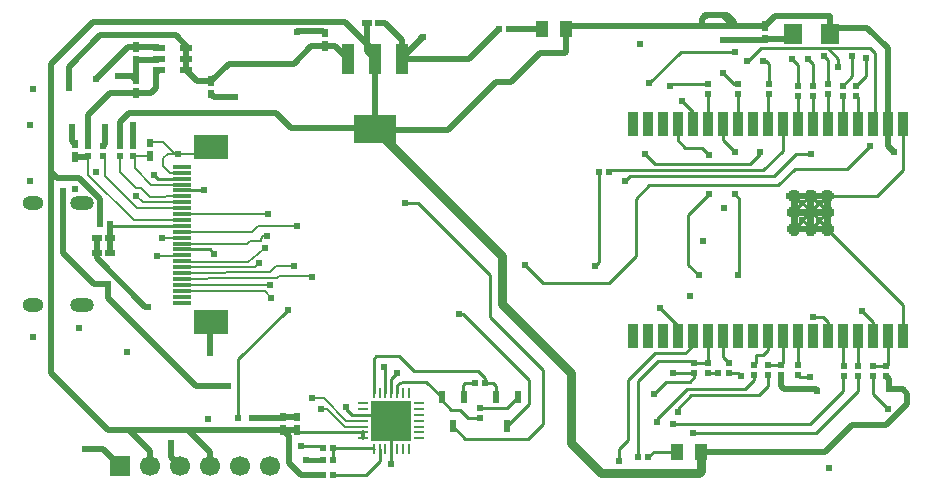
<source format=gtl>
G04 Layer: TopLayer*
G04 EasyEDA v6.5.22, 2023-04-19 21:06:07*
G04 0b1144c6aaf7448fb0b14bab58411d50,0a61cb7f7b51421fbede6d33e3e5ec82,10*
G04 Gerber Generator version 0.2*
G04 Scale: 100 percent, Rotated: No, Reflected: No *
G04 Dimensions in inches *
G04 leading zeros omitted , absolute positions ,3 integer and 6 decimal *
%FSLAX36Y36*%
%MOIN*%

%AMMACRO1*21,1,$1,$2,0,0,$3*%
%ADD10C,0.0100*%
%ADD11C,0.0200*%
%ADD12C,0.0060*%
%ADD13C,0.0120*%
%ADD14C,0.0150*%
%ADD15C,0.0300*%
%ADD16R,0.0394X0.0551*%
%ADD17MACRO1,0.0213X0.0223X90.0000*%
%ADD18MACRO1,0.0213X0.0311X0.0000*%
%ADD19R,0.0213X0.0311*%
%ADD20MACRO1,0.0213X0.0311X90.0000*%
%ADD21MACRO1,0.0213X0.0311X-90.0000*%
%ADD22MACRO1,0.068X0.0585X90.0000*%
%ADD23R,0.0591X0.0118*%
%ADD24R,0.1181X0.0787*%
%ADD25R,0.0236X0.0421*%
%ADD26MACRO1,0.0213X0.0223X-90.0000*%
%ADD27MACRO1,0.0213X0.0223X0.0000*%
%ADD28R,0.0213X0.0223*%
%ADD29R,0.0354X0.0787*%
%ADD30R,0.0354X0.0354*%
%ADD31R,0.0433X0.0984*%
%ADD32MACRO1,0.1417X0.0921X0.0000*%
%ADD33R,0.0356X0.0110*%
%ADD34R,0.0110X0.0356*%
%ADD35R,0.1319X0.1319*%
%ADD36R,0.0422X0.0209*%
%ADD37R,0.0669X0.0669*%
%ADD38C,0.0669*%
%ADD39O,0.070866X0.047244*%
%ADD40O,0.07873999999999999X0.047244*%
%ADD41C,0.0240*%
%ADD42C,0.0126*%

%LPD*%
G36*
X2855240Y1925000D02*
G01*
X2853720Y1925300D01*
X2852420Y1926180D01*
X2851560Y1927460D01*
X2851240Y1929000D01*
X2851240Y1937780D01*
X2843460Y1937780D01*
X2841960Y1938060D01*
X2840680Y1938899D01*
X2839800Y1940160D01*
X2839460Y1941639D01*
X2838980Y1956360D01*
X2839260Y1957920D01*
X2840120Y1959259D01*
X2841420Y1960180D01*
X2842980Y1960480D01*
X2851240Y1960480D01*
X2851240Y1992700D01*
X2841680Y1992700D01*
X2840179Y1992980D01*
X2838900Y1993820D01*
X2838039Y1995080D01*
X2837700Y1996560D01*
X2837220Y2011279D01*
X2837480Y2012860D01*
X2838340Y2014199D01*
X2839660Y2015100D01*
X2841220Y2015420D01*
X2851240Y2015420D01*
X2851240Y2047620D01*
X2839920Y2047620D01*
X2838420Y2047920D01*
X2837140Y2048740D01*
X2836259Y2050000D01*
X2835920Y2051480D01*
X2835440Y2066200D01*
X2835720Y2067780D01*
X2836560Y2069120D01*
X2837880Y2070020D01*
X2839440Y2070340D01*
X2851240Y2070340D01*
X2851240Y2076000D01*
X2851560Y2077540D01*
X2852420Y2078820D01*
X2853720Y2079700D01*
X2855240Y2080000D01*
X2869960Y2080000D01*
X2871500Y2079700D01*
X2872799Y2078820D01*
X2873660Y2077540D01*
X2873960Y2076000D01*
X2873960Y2070340D01*
X2906180Y2070340D01*
X2906180Y2076000D01*
X2906480Y2077540D01*
X2907340Y2078820D01*
X2908639Y2079700D01*
X2910179Y2080000D01*
X2924880Y2080000D01*
X2926420Y2079700D01*
X2927720Y2078820D01*
X2928580Y2077540D01*
X2928880Y2076000D01*
X2928880Y2070340D01*
X2961080Y2070340D01*
X2961080Y2076000D01*
X2961400Y2077540D01*
X2962260Y2078820D01*
X2963560Y2079700D01*
X2965080Y2080000D01*
X2979800Y2080000D01*
X2981340Y2079700D01*
X2982640Y2078820D01*
X2983500Y2077540D01*
X2983800Y2076000D01*
X2983800Y2070340D01*
X2991000Y2070340D01*
X2992540Y2070040D01*
X2993820Y2069160D01*
X2994700Y2067860D01*
X2995000Y2066339D01*
X2995000Y2051620D01*
X2994700Y2050080D01*
X2993820Y2048800D01*
X2992540Y2047920D01*
X2991000Y2047620D01*
X2983800Y2047620D01*
X2983800Y2015420D01*
X2991000Y2015420D01*
X2992540Y2015100D01*
X2993820Y2014240D01*
X2994700Y2012940D01*
X2995000Y2011420D01*
X2995000Y1996699D01*
X2994700Y1995160D01*
X2993820Y1993860D01*
X2992540Y1993000D01*
X2991000Y1992700D01*
X2983800Y1992700D01*
X2983800Y1960480D01*
X2991000Y1960480D01*
X2992540Y1960180D01*
X2993820Y1959319D01*
X2994700Y1958020D01*
X2995000Y1956480D01*
X2995000Y1941780D01*
X2994700Y1940240D01*
X2993820Y1938940D01*
X2992540Y1938080D01*
X2991000Y1937780D01*
X2983800Y1937780D01*
X2983800Y1929000D01*
X2983500Y1927460D01*
X2982640Y1926180D01*
X2981340Y1925300D01*
X2979800Y1925000D01*
X2965080Y1925000D01*
X2963560Y1925300D01*
X2962260Y1926180D01*
X2961400Y1927460D01*
X2961080Y1929000D01*
X2961080Y1937780D01*
X2928880Y1937780D01*
X2928880Y1929000D01*
X2928580Y1927460D01*
X2927720Y1926180D01*
X2926420Y1925300D01*
X2924880Y1925000D01*
X2910179Y1925000D01*
X2908639Y1925300D01*
X2907340Y1926180D01*
X2906480Y1927460D01*
X2906180Y1929000D01*
X2906180Y1937780D01*
X2873960Y1937780D01*
X2873960Y1929000D01*
X2873660Y1927460D01*
X2872799Y1926180D01*
X2871500Y1925300D01*
X2869960Y1925000D01*
G37*

%LPC*%
G36*
X2928880Y1960480D02*
G01*
X2961080Y1960480D01*
X2961080Y1992700D01*
X2928880Y1992700D01*
G37*
G36*
X2873960Y1960480D02*
G01*
X2906180Y1960480D01*
X2906180Y1992700D01*
X2873960Y1992700D01*
G37*
G36*
X2928880Y2015420D02*
G01*
X2961080Y2015420D01*
X2961080Y2047620D01*
X2928880Y2047620D01*
G37*
G36*
X2873960Y2015420D02*
G01*
X2906180Y2015420D01*
X2906180Y2047620D01*
X2873960Y2047620D01*
G37*

%LPD*%
D10*
X2980000Y2545000D02*
G01*
X2980000Y2550999D01*
X3115000Y2550999D01*
X3131999Y2534000D01*
X3131999Y2299299D01*
X3125000Y2299299D01*
D11*
X2982700Y2600000D02*
G01*
X3002700Y2620000D01*
X3106000Y2620000D01*
X3175000Y2550999D01*
X3175000Y2299299D01*
D10*
X3056999Y2525000D02*
G01*
X3056999Y2459000D01*
X3025000Y2426999D01*
X3010000Y2490000D02*
G01*
X3010000Y2515000D01*
X2973999Y2550999D01*
X2751000Y2550999D01*
X2710000Y2510000D01*
X2705000Y2510000D01*
D11*
X1912002Y2615000D02*
G01*
X1914002Y2616999D01*
X2020649Y2616999D01*
D12*
X560000Y2193000D02*
G01*
X565000Y2188000D01*
X565000Y2126999D01*
X673600Y2018400D01*
X820799Y2018400D01*
X510000Y2193000D02*
G01*
X510000Y2130000D01*
X660999Y1979000D01*
X820799Y1979000D01*
D10*
X820780Y2077460D02*
G01*
X895000Y2077460D01*
D12*
X715000Y2193499D02*
G01*
X665000Y2193499D01*
X665000Y2151999D01*
X719899Y2097100D01*
X820799Y2097100D01*
X906000Y1781999D02*
G01*
X910000Y1785999D01*
X1138000Y1785999D01*
X1145000Y1793000D01*
X1251999Y1793000D01*
X1255000Y1790000D01*
X820799Y1782100D02*
G01*
X893100Y1782100D01*
X906000Y1781999D01*
D10*
X3075000Y1458000D02*
G01*
X3075000Y1410000D01*
X2935000Y1270000D01*
X2525000Y1270000D01*
X2575000Y2397959D02*
G01*
X2575000Y2299324D01*
X2625000Y2470000D02*
G01*
X2662960Y2432040D01*
X2675000Y2432040D01*
X2855000Y2515000D02*
G01*
X2875000Y2495000D01*
X2875000Y2427040D01*
X2247039Y2140000D02*
G01*
X2252039Y2145000D01*
X2760000Y2145000D01*
X2825000Y2210000D01*
X2825000Y2299326D01*
X2760000Y2510000D02*
G01*
X2770000Y2510000D01*
X2780000Y2500000D01*
X2780000Y2431999D01*
X2200000Y1825000D02*
G01*
X2212960Y1837959D01*
X2212960Y2140000D01*
D12*
X820784Y1998724D02*
G01*
X1110000Y1998724D01*
X820784Y1801894D02*
G01*
X1115000Y1805000D01*
X820784Y1762424D02*
G01*
X1115000Y1762424D01*
D10*
X2910000Y2515000D02*
G01*
X2925000Y2500000D01*
X2925000Y2427040D01*
D12*
X1115000Y1805000D02*
G01*
X1135000Y1825000D01*
X1195000Y1825000D01*
D10*
X2300000Y2110000D02*
G01*
X2315000Y2125000D01*
X2795000Y2125000D01*
X2870000Y2200000D01*
X2920000Y2200000D01*
X2975000Y2397959D02*
G01*
X2975000Y2299324D01*
X2925000Y2392959D02*
G01*
X2925000Y2299324D01*
X2875000Y2392959D02*
G01*
X2875000Y2299324D01*
X2780000Y2397959D02*
G01*
X2775000Y2392959D01*
X2775000Y2299324D01*
X2675000Y2397959D02*
G01*
X2675000Y2299324D01*
D12*
X820784Y1821574D02*
G01*
X935000Y1821574D01*
X935000Y1821574D02*
G01*
X1066575Y1821574D01*
X1080000Y1835000D01*
X820785Y1841244D02*
G01*
X822030Y1840000D01*
X1042943Y1840000D01*
X1075000Y1865000D01*
X1100000Y1885000D01*
X1100000Y1885000D01*
D10*
X2961000Y2525000D02*
G01*
X2975000Y2510999D01*
X2975000Y2432040D01*
D12*
X820784Y1939665D02*
G01*
X1054665Y1939665D01*
X1075000Y1960000D01*
X1205000Y1960000D01*
D10*
X2450000Y2425000D02*
G01*
X2455000Y2430000D01*
X2450000Y2425000D01*
X2456999Y2431999D01*
X2575000Y2431999D01*
X2380000Y2435000D02*
G01*
X2485000Y2540000D01*
X2665000Y2540000D01*
X3101000Y2520000D02*
G01*
X3101000Y2458040D01*
X3070000Y2427040D01*
D12*
X919205Y2221374D02*
G01*
X897830Y2200000D01*
X810000Y2200000D01*
X715000Y2236460D02*
G01*
X718539Y2240000D01*
X760000Y2240000D01*
X800000Y2200000D01*
X810000Y2200000D01*
X660000Y2193000D02*
G01*
X715000Y2193499D01*
X820785Y1860945D02*
G01*
X819840Y1860000D01*
X740000Y1860000D01*
X1050000Y1910000D02*
G01*
X1040294Y1900295D01*
X820784Y1900295D01*
X1105000Y1925000D02*
G01*
X1090000Y1925000D01*
X1085000Y1910000D01*
X1065000Y1910000D01*
X1050000Y1910000D01*
X820785Y1919985D02*
G01*
X820771Y1920000D01*
X755000Y1920000D01*
D10*
X2685000Y1460000D02*
G01*
X2677040Y1467959D01*
X2645000Y1467959D01*
X820785Y2116835D02*
G01*
X743164Y2116835D01*
X730000Y2130000D01*
D12*
X820785Y2038096D02*
G01*
X691903Y2038096D01*
X670000Y2060000D01*
D10*
X3175000Y1350000D02*
G01*
X3125000Y1400000D01*
X3125000Y1457959D01*
X3170000Y1492040D02*
G01*
X3125000Y1492040D01*
X3170000Y1492040D02*
G01*
X3175000Y1497040D01*
X3175000Y1590675D01*
X2405000Y1305000D02*
G01*
X2405000Y1315000D01*
X2505000Y1415000D01*
X2700000Y1415000D01*
X2730000Y1445000D01*
X2730000Y1462959D01*
D12*
X615000Y2193000D02*
G01*
X615000Y2145000D01*
X615000Y2140000D01*
X465000Y2188539D02*
G01*
X469420Y2192959D01*
X510000Y2192959D01*
X581460Y1870000D02*
G01*
X581460Y1920000D01*
X581460Y1920000D01*
D10*
X582040Y1965000D02*
G01*
X587685Y1959355D01*
X820785Y1959355D01*
D12*
X1255000Y1385000D02*
G01*
X1295000Y1385000D01*
X1370000Y1310000D01*
X1426400Y1310000D01*
D10*
X2645000Y1502040D02*
G01*
X2625000Y1522040D01*
X2625000Y1590673D01*
X2820000Y1497040D02*
G01*
X2825000Y1502040D01*
X2825000Y1590675D01*
X2730000Y1497040D02*
G01*
X2735000Y1502040D01*
X2735000Y1530000D01*
X2760000Y1530000D01*
X2775000Y1545000D01*
X2775000Y1590675D01*
X2775000Y1497040D02*
G01*
X2820000Y1497040D01*
X2875000Y1497040D02*
G01*
X2875000Y1590675D01*
X3075000Y1492040D02*
G01*
X3075000Y1590675D01*
X3030000Y1492040D02*
G01*
X3025000Y1497040D01*
X3025000Y1590675D01*
X3030000Y1457959D02*
G01*
X3025000Y1452959D01*
X3025000Y1410000D01*
X2915000Y1300000D01*
X2460000Y1300000D01*
X1540000Y1470000D02*
G01*
X1520000Y1450000D01*
X1520000Y1403600D01*
X1495000Y1490000D02*
G01*
X1500320Y1484679D01*
X1500320Y1403600D01*
X1942399Y1388600D02*
G01*
X1942399Y1387399D01*
X1906999Y1351999D01*
X1816000Y1351999D01*
X1816000Y1317959D02*
G01*
X1813959Y1320000D01*
X1775000Y1320000D01*
X1750000Y1345000D01*
X1720000Y1345000D01*
X1687600Y1377399D01*
X1687600Y1388625D01*
X1867600Y1388625D02*
G01*
X1870000Y1391024D01*
X1870000Y1425000D01*
X1860000Y1435000D01*
X1832039Y1435000D01*
X1797960Y1435000D02*
G01*
X1765000Y1435000D01*
X1760000Y1430000D01*
X1760000Y1415000D01*
X1762399Y1388625D01*
X1762399Y1388625D01*
X1687600Y1388625D02*
G01*
X1636225Y1440000D01*
X1565000Y1440000D01*
X1560000Y1440000D01*
X1550000Y1435000D01*
X1539690Y1429690D01*
X1539690Y1403600D01*
X1831999Y1435000D02*
G01*
X1831999Y1453000D01*
X1810000Y1475000D01*
X1595000Y1475000D01*
X1545000Y1525000D01*
X1470000Y1525000D01*
X1461000Y1515999D01*
X1461000Y1403600D01*
X2460000Y1470000D02*
G01*
X2462040Y1467959D01*
X2530000Y1467959D01*
X2530000Y1502040D02*
G01*
X2575000Y1502040D01*
X2575000Y1502040D02*
G01*
X2575000Y1590675D01*
X1460951Y1216399D02*
G01*
X1457350Y1220000D01*
X1327039Y1220000D01*
X2365000Y2200000D02*
G01*
X2400000Y2165000D01*
X2715000Y2165000D01*
X2750000Y2200000D01*
X2750000Y2205000D01*
X2525000Y1590673D02*
G01*
X2525000Y1560000D01*
X2500000Y1535000D01*
X2400000Y1535000D01*
X2310000Y1445000D01*
X2310000Y1245000D01*
X2280000Y1215000D01*
X2280000Y1175000D01*
X1480630Y1216399D02*
G01*
X1480630Y1175630D01*
X1435000Y1130000D01*
X1327039Y1130000D01*
X2377040Y1190000D02*
G01*
X2394040Y1206999D01*
X2470649Y1206999D01*
X2915000Y1455000D02*
G01*
X2882959Y1455000D01*
X2875000Y1462959D01*
D11*
X2553350Y1206999D02*
G01*
X2966999Y1206999D01*
X3055000Y1295000D01*
X3170000Y1295000D01*
X3240000Y1365000D01*
X3240000Y1400000D01*
X3225000Y1415000D01*
X3180000Y1415000D01*
X3170000Y1457959D02*
G01*
X3180000Y1447959D01*
X3180000Y1415000D01*
X1877960Y2615000D02*
G01*
X1779881Y2516921D01*
X1555550Y2516921D01*
X1465000Y2516921D02*
G01*
X1438540Y2543382D01*
X1438540Y2635000D01*
X1374449Y2516921D02*
G01*
X1332831Y2558539D01*
X1300000Y2558539D01*
X744760Y2515000D02*
G01*
X743299Y2513539D01*
X670000Y2513539D01*
X744760Y2552399D02*
G01*
X740700Y2556460D01*
X670000Y2556460D01*
X670000Y2446460D02*
G01*
X670000Y2513539D01*
X744760Y2477600D02*
G01*
X735000Y2467840D01*
X735000Y2420000D01*
X718539Y2403539D01*
X670000Y2403539D01*
X835240Y2477600D02*
G01*
X871379Y2441460D01*
X920000Y2441460D01*
X835240Y2515000D02*
G01*
X835240Y2477600D01*
X835240Y2552399D02*
G01*
X835240Y2515000D01*
X920000Y2441460D02*
G01*
X978540Y2500000D01*
X1195000Y2500000D01*
X1253540Y2558539D01*
X1300000Y2558539D01*
X670000Y2556460D02*
G01*
X641460Y2556460D01*
X535000Y2450000D01*
X660000Y2295000D02*
G01*
X660000Y2227040D01*
X510000Y2192959D02*
G01*
X505579Y2188539D01*
X465000Y2188539D01*
X581460Y1870000D02*
G01*
X581460Y1920000D01*
X581999Y1965000D02*
G01*
X581500Y1920000D01*
X670000Y2403499D02*
G01*
X583499Y2403499D01*
X510000Y2330000D01*
X510000Y2226999D01*
X1300000Y2601460D02*
G01*
X1291459Y2610000D01*
X1205000Y2610000D01*
X1205000Y2605000D01*
X1160000Y1278539D02*
G01*
X1205000Y1278539D01*
D12*
X1285000Y1350000D02*
G01*
X1305000Y1350000D01*
X1364700Y1290300D01*
X1426400Y1290300D01*
D13*
X1426400Y1250940D02*
G01*
X1426400Y1270630D01*
D11*
X644277Y1278501D02*
G01*
X715000Y1207777D01*
X715000Y1160000D01*
X2103350Y2616999D02*
G01*
X2112848Y2626498D01*
X2765000Y2626498D01*
X1465000Y2516921D02*
G01*
X1465000Y2283072D01*
X1292960Y1130000D02*
G01*
X1220000Y1130000D01*
X1180000Y1170000D01*
X1180000Y1258539D01*
X1160000Y1278539D01*
D10*
X3090000Y1675000D02*
G01*
X3125000Y1640000D01*
X3125000Y1590675D01*
X2925000Y1655000D02*
G01*
X2960000Y1655000D01*
X2975000Y1640000D01*
X2975000Y1590675D01*
X1965000Y1830000D02*
G01*
X2025000Y1770000D01*
X2245299Y1770000D01*
X2335000Y1859699D01*
X2335000Y2050000D01*
X2380000Y2095000D01*
X2810000Y2095000D01*
X2865000Y2150000D01*
X3040000Y2150000D01*
X3115000Y2225000D01*
X2415000Y1685000D02*
G01*
X2475000Y1625000D01*
X2475000Y1590675D01*
X2580000Y2195000D02*
G01*
X2555000Y2220000D01*
X2500000Y2220000D01*
X2475000Y2245000D01*
X2475000Y2299324D01*
X2665000Y2205000D02*
G01*
X2625000Y2245000D01*
X2625000Y2299324D01*
X2545000Y1796300D02*
G01*
X2510000Y1830000D01*
X2510000Y1995000D01*
X2580000Y2065000D01*
X2675000Y1795000D02*
G01*
X2680000Y1800000D01*
X2680000Y2050000D01*
X2665000Y2065000D01*
D11*
X3195000Y2205000D02*
G01*
X3175000Y2225000D01*
X3175000Y2299324D01*
D10*
X3025000Y2392959D02*
G01*
X3025000Y2299324D01*
X3070000Y2392959D02*
G01*
X3075000Y2387959D01*
X3075000Y2299324D01*
D11*
X385000Y2140000D02*
G01*
X385000Y1470000D01*
X576500Y1278499D01*
X1160000Y1278499D01*
X841084Y1278499D02*
G01*
X915000Y1204583D01*
X915000Y1160000D01*
D10*
X1725000Y1291399D02*
G01*
X1766400Y1250000D01*
X1975000Y1250000D01*
X2025000Y1300000D01*
X2025000Y1480000D01*
X1850000Y1655000D01*
X1850000Y1795000D01*
X1610000Y2035000D01*
X1565000Y2035000D01*
D11*
X2640000Y2660000D02*
G01*
X2638999Y2660999D01*
X2623999Y2660999D01*
X2565000Y2660000D02*
G01*
X2553959Y2648960D01*
X2553959Y2626500D01*
X2565000Y2660000D02*
G01*
X2566000Y2660999D01*
X2623999Y2660999D01*
D10*
X2475000Y1340000D02*
G01*
X2475000Y1350000D01*
X2520000Y1395000D01*
X2745000Y1395000D01*
X2775000Y1425000D01*
X2775000Y1463000D01*
X2395000Y1400000D02*
G01*
X2435000Y1440000D01*
X2515000Y1440000D01*
X2530000Y1455000D01*
X2530000Y1467959D01*
X1905000Y1291399D02*
G01*
X1980000Y1366399D01*
X1980000Y1445000D01*
X1760000Y1665000D01*
X1745000Y1665000D01*
D12*
X820801Y1742800D02*
G01*
X1097200Y1742800D01*
X1120000Y1720000D01*
X1115000Y1725000D01*
D10*
X2575000Y1467959D02*
G01*
X2577040Y1470000D01*
X2610000Y1470000D01*
X1175000Y1680000D02*
G01*
X1010000Y1515000D01*
X1010000Y1320000D01*
D11*
X2765000Y2626500D02*
G01*
X2798500Y2660000D01*
X2980000Y2660000D01*
X2982700Y2657300D01*
X2982700Y2600000D01*
D10*
X1205000Y1278499D02*
G01*
X1212899Y1270599D01*
X1426400Y1270599D01*
X1327039Y1180000D02*
G01*
X1327040Y1180000D01*
X1327040Y1220000D01*
X1292960Y1220000D02*
G01*
X1287960Y1225000D01*
X1220000Y1225000D01*
D14*
X1235000Y1180000D02*
G01*
X1292960Y1180000D01*
D11*
X615000Y1160000D02*
G01*
X560000Y1215000D01*
X500000Y1215000D01*
D10*
X1520000Y1216399D02*
G01*
X1520000Y1170000D01*
X1426400Y1329699D02*
G01*
X1390000Y1330000D01*
X1370000Y1350000D01*
X1370000Y1355000D01*
X1520000Y1310000D02*
G01*
X1520000Y1216399D01*
X1520000Y1310000D02*
G01*
X1500320Y1329679D01*
X1426400Y1329679D01*
X2862610Y2058975D02*
G01*
X2886584Y2035000D01*
X2890000Y2035000D01*
X2917520Y2058975D02*
G01*
X2941495Y2035000D01*
X2945000Y2035000D01*
X2972439Y2004054D02*
G01*
X2948384Y1980000D01*
X2945000Y1980000D01*
X2972439Y2058975D02*
G01*
X2948464Y2035000D01*
X2945000Y2035000D01*
X2945000Y2035000D02*
G01*
X2972439Y2007559D01*
X2972439Y2004054D01*
X2945000Y2035000D02*
G01*
X2917529Y2007530D01*
X2917529Y2004045D01*
X2890000Y2035000D02*
G01*
X2913975Y2058975D01*
X2917520Y2058975D01*
X2890000Y2035000D02*
G01*
X2862610Y2007609D01*
X2862610Y2004045D01*
X2890000Y2035000D02*
G01*
X2917529Y2007469D01*
X2917529Y2004045D01*
X2862610Y1949135D02*
G01*
X2890000Y1976525D01*
X2890000Y1980000D01*
X2890000Y1980000D02*
G01*
X2914044Y2004045D01*
X2917529Y2004045D01*
X2890000Y1980000D02*
G01*
X2917520Y1952480D01*
X2917520Y1949135D01*
X2917520Y1949135D02*
G01*
X2945000Y1976615D01*
X2945000Y1980000D01*
X2945000Y1980000D02*
G01*
X2920955Y2004045D01*
X2917529Y2004045D01*
X2945000Y1980000D02*
G01*
X2972439Y1952559D01*
X2972439Y1949135D01*
X2972439Y1949135D02*
G01*
X3225000Y1696574D01*
X3225000Y1590675D01*
X3225000Y2299324D02*
G01*
X3225000Y2145000D01*
X3138975Y2058975D01*
X2972439Y2058975D01*
X2525000Y2299324D02*
G01*
X2525000Y2340000D01*
X2490000Y2375000D01*
D11*
X2857299Y2600000D02*
G01*
X2840839Y2583539D01*
X2765000Y2583539D01*
X2765000Y2583539D02*
G01*
X2761459Y2580000D01*
X2625000Y2580000D01*
X1205000Y1321460D02*
G01*
X1160000Y1321460D01*
X1160000Y1321460D02*
G01*
X1158540Y1320000D01*
X1055000Y1320000D01*
X815000Y1160000D02*
G01*
X785000Y1190000D01*
X785000Y1235000D01*
X920000Y2398539D02*
G01*
X928540Y2390000D01*
X1000000Y2390000D01*
D12*
X820784Y2136514D02*
G01*
X783485Y2136514D01*
X760000Y2160000D01*
X760000Y2185000D01*
X775000Y2200000D01*
X810000Y2200000D01*
D10*
X820784Y1880765D02*
G01*
X914234Y1880765D01*
X930000Y1865000D01*
D11*
X919215Y1638625D02*
G01*
X915000Y1634409D01*
X915000Y1535000D01*
X1465000Y2516900D02*
G01*
X1465000Y2540000D01*
X1365000Y2640000D01*
X525000Y2640000D01*
X385000Y2500000D01*
X385000Y2140000D01*
X405000Y2120000D01*
X480000Y2120000D01*
X550000Y2050000D01*
X550000Y1966999D01*
X548000Y1965000D01*
X1555600Y2516900D02*
G01*
X1555600Y2579400D01*
X1500000Y2635000D01*
X1481499Y2635000D01*
X1555551Y2516921D02*
G01*
X1555551Y2520551D01*
X1625000Y2590000D01*
X1620000Y2590000D01*
X538539Y1920000D02*
G01*
X538539Y1870000D01*
X538499Y1870000D02*
G01*
X538499Y1851500D01*
X700000Y1690000D01*
X710000Y1690000D01*
X575000Y1765000D02*
G01*
X575000Y1720000D01*
X870000Y1425000D01*
X975000Y1425000D01*
X560000Y2227040D02*
G01*
X565000Y2232040D01*
X565000Y2290000D01*
X465000Y2231460D02*
G01*
X455000Y2241460D01*
X455000Y2290000D01*
X670000Y2446460D02*
G01*
X656460Y2460000D01*
X610000Y2460000D01*
D10*
X2342960Y1190000D02*
G01*
X2342960Y1442959D01*
X2410000Y1510000D01*
X2530000Y1510000D01*
X2530000Y1501999D01*
D15*
X1465000Y2283071D02*
G01*
X1890000Y1858071D01*
X1890000Y1700000D01*
X2120000Y1470000D01*
X2120000Y1235000D01*
X2220000Y1135000D01*
X2545000Y1135000D01*
X2553350Y1143350D01*
X2553350Y1206999D01*
D11*
X1465000Y2283071D02*
G01*
X1468071Y2280000D01*
X1710000Y2280000D01*
X1870000Y2440000D01*
X1920000Y2440000D01*
X2015000Y2535000D01*
X2100000Y2535000D01*
X2103350Y2538350D01*
X2103350Y2616999D01*
X1465000Y2283099D02*
G01*
X1463100Y2285000D01*
X1185000Y2285000D01*
X1135000Y2335000D01*
X645000Y2335000D01*
X615000Y2305000D01*
X615000Y2226999D01*
D12*
X615000Y2140000D02*
G01*
X670000Y2085000D01*
X685000Y2085000D01*
X715000Y2055000D01*
X820784Y2057775D01*
X820784Y2057775D01*
D11*
X835200Y2552399D02*
G01*
X840000Y2557199D01*
X802200Y2595000D01*
X550000Y2595000D01*
X445000Y2490000D01*
X445000Y2420000D01*
X575000Y1765000D02*
G01*
X530000Y1765000D01*
X425000Y1870000D01*
X425000Y2075000D01*
X2940000Y1410000D02*
G01*
X2935000Y1415000D01*
X2830000Y1415000D01*
X2820000Y1425000D01*
X2820000Y1462959D01*
X2661300Y2626500D02*
G01*
X2661300Y2638699D01*
X2638999Y2660999D01*
X2623999Y2660999D01*
X2656000Y2629000D01*
X2656000Y2626500D01*
X2631099Y2626500D01*
D16*
G01*
X2020649Y2616999D03*
G01*
X2103350Y2616999D03*
G01*
X2470649Y1206999D03*
G01*
X2553350Y1206999D03*
D17*
G01*
X1912040Y2615000D03*
G01*
X1877959Y2615000D03*
G01*
X2377040Y1190000D03*
G01*
X2342959Y1190000D03*
D18*
G01*
X1205000Y1278541D03*
D19*
G01*
X1205000Y1321460D03*
D20*
G01*
X581458Y1920000D03*
G01*
X538541Y1920000D03*
D18*
G01*
X465000Y2188541D03*
D19*
G01*
X465000Y2231460D03*
D18*
G01*
X2765000Y2626459D03*
D19*
G01*
X2765000Y2583539D03*
D18*
G01*
X1300000Y2558541D03*
D19*
G01*
X1300000Y2601460D03*
D21*
G01*
X1438540Y2635000D03*
G01*
X1481459Y2635000D03*
D18*
G01*
X1160000Y1278541D03*
D19*
G01*
X1160000Y1321460D03*
D18*
G01*
X670000Y2403541D03*
D19*
G01*
X670000Y2446460D03*
D18*
G01*
X670000Y2556459D03*
D19*
G01*
X670000Y2513539D03*
D18*
G01*
X920000Y2441459D03*
D19*
G01*
X920000Y2398539D03*
D18*
G01*
X715000Y2193541D03*
D19*
G01*
X715000Y2236460D03*
D20*
G01*
X581458Y1870000D03*
G01*
X538541Y1870000D03*
D22*
G01*
X2982696Y2600000D03*
G01*
X2857303Y2600000D03*
D23*
G01*
X820780Y2156179D03*
G01*
X820780Y2136509D03*
G01*
X820780Y2116830D03*
G01*
X820780Y2097139D03*
G01*
X820780Y2077460D03*
G01*
X820780Y2057770D03*
G01*
X820780Y2038090D03*
G01*
X820780Y2018400D03*
G01*
X820780Y1998719D03*
G01*
X820780Y1979029D03*
G01*
X820780Y1959349D03*
G01*
X820780Y1939659D03*
G01*
X820780Y1919980D03*
G01*
X820780Y1900290D03*
G01*
X820780Y1880760D03*
G01*
X820780Y1860940D03*
G01*
X820789Y1841239D03*
G01*
X820780Y1821579D03*
G01*
X820780Y1801900D03*
G01*
X820780Y1782120D03*
G01*
X820780Y1762429D03*
G01*
X820780Y1742750D03*
G01*
X820780Y1723060D03*
G01*
X820780Y1703370D03*
D24*
G01*
X919210Y2221370D03*
G01*
X919210Y1638620D03*
D25*
G01*
X1762399Y1388620D03*
G01*
X1687600Y1388620D03*
G01*
X1725000Y1291379D03*
G01*
X1942399Y1388620D03*
G01*
X1867600Y1388620D03*
G01*
X1905000Y1291379D03*
D26*
G01*
X1292959Y1130000D03*
G01*
X1327040Y1130000D03*
D17*
G01*
X1327040Y1220000D03*
G01*
X1292959Y1220000D03*
G01*
X1327040Y1180000D03*
G01*
X1292959Y1180000D03*
D27*
G01*
X3075000Y1457959D03*
D28*
G01*
X3075000Y1492040D03*
D27*
G01*
X3030000Y1457959D03*
D28*
G01*
X3030000Y1492040D03*
D26*
G01*
X1797959Y1435000D03*
G01*
X1832040Y1435000D03*
D27*
G01*
X1815999Y1352040D03*
D28*
G01*
X1816000Y1317959D03*
D27*
G01*
X2775000Y1462959D03*
D28*
G01*
X2775000Y1497040D03*
D27*
G01*
X3125000Y1457959D03*
D28*
G01*
X3125000Y1492040D03*
D27*
G01*
X2730000Y1462959D03*
D28*
G01*
X2730000Y1497040D03*
D27*
G01*
X2675000Y2432040D03*
D28*
G01*
X2675000Y2397959D03*
D27*
G01*
X2645000Y1467959D03*
D28*
G01*
X2645000Y1502040D03*
D27*
G01*
X2780000Y2432040D03*
D28*
G01*
X2780000Y2397959D03*
D27*
G01*
X2925000Y2427040D03*
D28*
G01*
X2925000Y2392959D03*
D27*
G01*
X2975000Y2432040D03*
D28*
G01*
X2975000Y2397959D03*
D27*
G01*
X3025000Y2427040D03*
D28*
G01*
X3025000Y2392959D03*
D27*
G01*
X2875000Y1462959D03*
D28*
G01*
X2875000Y1497040D03*
D27*
G01*
X2575000Y2432040D03*
D28*
G01*
X2575000Y2397959D03*
D27*
G01*
X3070000Y2427040D03*
D28*
G01*
X3070000Y2392959D03*
D27*
G01*
X2875000Y2427040D03*
D28*
G01*
X2875000Y2392959D03*
D26*
G01*
X2212959Y2140000D03*
G01*
X2247040Y2140000D03*
D27*
G01*
X2820000Y1462959D03*
D28*
G01*
X2820000Y1497040D03*
D27*
G01*
X3170000Y1457959D03*
D28*
G01*
X3170000Y1492040D03*
D17*
G01*
X582040Y1965000D03*
G01*
X547959Y1965000D03*
D27*
G01*
X660000Y2192959D03*
D28*
G01*
X660000Y2227040D03*
D27*
G01*
X560000Y2192959D03*
D28*
G01*
X560000Y2227040D03*
D27*
G01*
X615000Y2192959D03*
D28*
G01*
X615000Y2227040D03*
D27*
G01*
X510000Y2192959D03*
D28*
G01*
X510000Y2227040D03*
D27*
G01*
X2575000Y1467959D03*
D28*
G01*
X2575000Y1502040D03*
D27*
G01*
X2530000Y1467959D03*
D28*
G01*
X2530000Y1502040D03*
D29*
G01*
X3225010Y2299330D03*
G01*
X3175010Y2299330D03*
G01*
X3125010Y2299330D03*
G01*
X3075010Y2299330D03*
G01*
X3025010Y2299330D03*
G01*
X2975010Y2299330D03*
G01*
X2925010Y2299330D03*
G01*
X2875010Y2299330D03*
G01*
X2825010Y2299330D03*
G01*
X2775010Y2299330D03*
G01*
X2725010Y2299330D03*
G01*
X2675010Y2299330D03*
G01*
X2625010Y2299330D03*
G01*
X2575010Y2299330D03*
G01*
X2525010Y2299330D03*
G01*
X2475010Y2299330D03*
G01*
X2425010Y2299330D03*
G01*
X2375010Y2299330D03*
G01*
X2325010Y2299330D03*
G01*
X2325010Y1590670D03*
G01*
X2375010Y1590670D03*
G01*
X2425010Y1590670D03*
G01*
X2475010Y1590670D03*
G01*
X2525010Y1590670D03*
G01*
X2575010Y1590670D03*
G01*
X2625010Y1590670D03*
G01*
X2675010Y1590670D03*
G01*
X2725010Y1590670D03*
G01*
X2775010Y1590670D03*
G01*
X2825010Y1590670D03*
G01*
X2875010Y1590670D03*
G01*
X2925010Y1590670D03*
G01*
X2975010Y1590670D03*
G01*
X3025010Y1590670D03*
G01*
X3075010Y1590670D03*
G01*
X3125010Y1590670D03*
G01*
X3175010Y1590670D03*
G01*
X3225010Y1590670D03*
D30*
G01*
X2917529Y2004050D03*
G01*
X2917529Y2058980D03*
G01*
X2917529Y1949130D03*
G01*
X2972439Y2058980D03*
G01*
X2972439Y2004050D03*
G01*
X2972439Y1949130D03*
G01*
X2862610Y2058980D03*
G01*
X2862610Y2004050D03*
G01*
X2862610Y1949130D03*
D31*
G01*
X1555550Y2516930D03*
G01*
X1465000Y2516930D03*
G01*
X1374449Y2516930D03*
D32*
G01*
X1465000Y2283070D03*
D33*
G01*
X1426400Y1369050D03*
G01*
X1426400Y1349369D03*
G01*
X1426400Y1329679D03*
G01*
X1426400Y1310000D03*
G01*
X1426400Y1290309D03*
G01*
X1426400Y1270630D03*
G01*
X1426400Y1250940D03*
D34*
G01*
X1460950Y1216399D03*
G01*
X1480630Y1216399D03*
G01*
X1500320Y1216399D03*
G01*
X1520000Y1216399D03*
G01*
X1539690Y1216399D03*
G01*
X1559369Y1216399D03*
G01*
X1579059Y1216399D03*
D33*
G01*
X1613599Y1250940D03*
G01*
X1613599Y1270630D03*
G01*
X1613599Y1290309D03*
G01*
X1613599Y1310000D03*
G01*
X1613599Y1329679D03*
G01*
X1613599Y1349369D03*
G01*
X1613599Y1369050D03*
D34*
G01*
X1579059Y1403600D03*
G01*
X1559369Y1403600D03*
G01*
X1539690Y1403600D03*
G01*
X1520000Y1403600D03*
G01*
X1500320Y1403600D03*
G01*
X1480630Y1403600D03*
G01*
X1460950Y1403600D03*
D35*
G01*
X1520000Y1310000D03*
D36*
G01*
X835240Y2477600D03*
G01*
X835240Y2515000D03*
G01*
X835240Y2552399D03*
G01*
X744760Y2552399D03*
G01*
X744760Y2515000D03*
G01*
X744760Y2477600D03*
D37*
G01*
X615000Y1160000D03*
D38*
G01*
X715000Y1160000D03*
G01*
X815000Y1160000D03*
G01*
X915000Y1160000D03*
G01*
X1015000Y1160000D03*
G01*
X1115000Y1160000D03*
D39*
G01*
X324920Y1694920D03*
G01*
X324920Y2035079D03*
D40*
G01*
X489490Y2035079D03*
G01*
X489490Y1694920D03*
D41*
G01*
X1105000Y1925000D03*
G01*
X2450000Y2425000D03*
G01*
X1110000Y1998719D03*
G01*
X2625000Y2470000D03*
G01*
X1100000Y1885000D03*
G01*
X2760000Y2510000D03*
G01*
X1115000Y1762420D03*
G01*
X2855000Y2515000D03*
G01*
X1120000Y1720000D03*
G01*
X2200000Y1825000D03*
G01*
X1255000Y1790000D03*
G01*
X2300000Y2110000D03*
G01*
X2920000Y2200000D03*
G01*
X2910000Y2515000D03*
G01*
X1195000Y1825000D03*
G01*
X1965000Y1830000D03*
G01*
X1965000Y1830000D03*
G01*
X1080000Y1835000D03*
G01*
X2365000Y2200000D03*
G01*
X2750000Y2205000D03*
G01*
X3115000Y2225000D03*
G01*
X2961000Y2525000D03*
G01*
X3056999Y2525000D03*
G01*
X1205000Y1960000D03*
G01*
X2380000Y2435000D03*
G01*
X2665000Y2540000D03*
G01*
X3101000Y2520000D03*
G01*
X810000Y2200000D03*
G01*
X740000Y1860000D03*
G01*
X2915000Y1455000D03*
G01*
X755000Y1920000D03*
G01*
X2685000Y1460000D03*
G01*
X730000Y2130000D03*
G01*
X670000Y2060000D03*
G01*
X3175000Y1350000D03*
G01*
X2475000Y1340000D03*
G01*
X2405000Y1305000D03*
G01*
X1285000Y1350000D03*
G01*
X1255000Y1385000D03*
G01*
X2460000Y1300000D03*
G01*
X1495000Y1490000D03*
G01*
X2525000Y1270000D03*
G01*
X1540000Y1470000D03*
G01*
X2460000Y1470000D03*
G01*
X1745000Y1665000D03*
G01*
X2280000Y1175000D03*
G01*
X3180000Y1415000D03*
G01*
X3180000Y1415000D03*
G01*
X3180000Y1415000D03*
G01*
X2940000Y1410000D03*
G01*
X1205000Y2605000D03*
G01*
X535000Y2450000D03*
G01*
X660000Y2295000D03*
G01*
X3090000Y1675000D03*
G01*
X2925000Y1655000D03*
G01*
X2415000Y1685000D03*
G01*
X2545000Y1796260D03*
G01*
X2580000Y2065000D03*
G01*
X2580000Y2065000D03*
G01*
X2580000Y2195000D03*
G01*
X2675000Y1795000D03*
G01*
X2665000Y2065000D03*
G01*
X2665000Y2205000D03*
G01*
X3195000Y2205000D03*
G01*
X2630000Y2020000D03*
G01*
X2560000Y1910000D03*
G01*
X535999Y2140000D03*
G01*
X445000Y2420000D03*
G01*
X575000Y1765000D03*
G01*
X425000Y2075000D03*
G01*
X325000Y2415000D03*
G01*
X315000Y2294520D03*
G01*
X1565000Y2035000D03*
G01*
X2623999Y2660999D03*
G01*
X2565000Y2660000D03*
G01*
X2395000Y1400000D03*
G01*
X2610000Y1470000D03*
G01*
X1175000Y1680000D03*
G01*
X1010000Y1320000D03*
G01*
X1055000Y1320000D03*
G01*
X2705000Y2510000D03*
G01*
X3010000Y2490000D03*
G01*
X975000Y1425000D03*
G01*
X910000Y1315000D03*
G01*
X1235000Y1180000D03*
G01*
X1220000Y1225000D03*
G01*
X500000Y1215000D03*
G01*
X1520000Y1165000D03*
G01*
X1370000Y1355000D03*
G01*
X2945000Y2035000D03*
G01*
X2890000Y2035000D03*
G01*
X2890000Y1980000D03*
G01*
X2945000Y1980000D03*
G01*
X2490000Y2375000D03*
G01*
X2350000Y2565000D03*
G01*
X2625000Y2580000D03*
G01*
X785000Y1235000D03*
G01*
X325000Y1590000D03*
G01*
X480000Y1620000D03*
G01*
X640000Y1540000D03*
G01*
X315000Y2110000D03*
G01*
X465999Y2081999D03*
G01*
X1000000Y2390000D03*
G01*
X930000Y1865000D03*
G01*
X915000Y1535000D03*
G01*
X1625000Y2590000D03*
G01*
X710000Y1690000D03*
G01*
X455000Y2290000D03*
G01*
X565000Y2290000D03*
G01*
X610000Y2460000D03*
G01*
X2515000Y1725000D03*
G01*
X895000Y2077460D03*
G01*
X2978999Y1150999D03*
M02*

</source>
